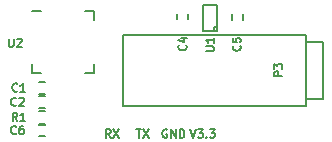
<source format=gto>
G04 #@! TF.GenerationSoftware,KiCad,Pcbnew,no-vcs-found-7409~56~ubuntu16.10.1*
G04 #@! TF.CreationDate,2017-01-11T20:07:43-05:00*
G04 #@! TF.ProjectId,android_debug_cable,616E64726F69645F64656275675F6361,rev?*
G04 #@! TF.FileFunction,Legend,Top*
G04 #@! TF.FilePolarity,Positive*
%FSLAX46Y46*%
G04 Gerber Fmt 4.6, Leading zero omitted, Abs format (unit mm)*
G04 Created by KiCad (PCBNEW no-vcs-found-7409~56~ubuntu16.10.1) date Wed Jan 11 20:07:43 2017*
%MOMM*%
%LPD*%
G01*
G04 APERTURE LIST*
%ADD10C,0.100000*%
%ADD11C,0.150000*%
G04 APERTURE END LIST*
D10*
D11*
X104733333Y-87416666D02*
X104966666Y-88116666D01*
X105200000Y-87416666D01*
X105366666Y-87416666D02*
X105800000Y-87416666D01*
X105566666Y-87683333D01*
X105666666Y-87683333D01*
X105733333Y-87716666D01*
X105766666Y-87750000D01*
X105800000Y-87816666D01*
X105800000Y-87983333D01*
X105766666Y-88050000D01*
X105733333Y-88083333D01*
X105666666Y-88116666D01*
X105466666Y-88116666D01*
X105400000Y-88083333D01*
X105366666Y-88050000D01*
X106100000Y-88050000D02*
X106133333Y-88083333D01*
X106100000Y-88116666D01*
X106066666Y-88083333D01*
X106100000Y-88050000D01*
X106100000Y-88116666D01*
X106366666Y-87416666D02*
X106800000Y-87416666D01*
X106566666Y-87683333D01*
X106666666Y-87683333D01*
X106733333Y-87716666D01*
X106766666Y-87750000D01*
X106800000Y-87816666D01*
X106800000Y-87983333D01*
X106766666Y-88050000D01*
X106733333Y-88083333D01*
X106666666Y-88116666D01*
X106466666Y-88116666D01*
X106400000Y-88083333D01*
X106366666Y-88050000D01*
X102766666Y-87450000D02*
X102700000Y-87416666D01*
X102600000Y-87416666D01*
X102500000Y-87450000D01*
X102433333Y-87516666D01*
X102400000Y-87583333D01*
X102366666Y-87716666D01*
X102366666Y-87816666D01*
X102400000Y-87950000D01*
X102433333Y-88016666D01*
X102500000Y-88083333D01*
X102600000Y-88116666D01*
X102666666Y-88116666D01*
X102766666Y-88083333D01*
X102800000Y-88050000D01*
X102800000Y-87816666D01*
X102666666Y-87816666D01*
X103100000Y-88116666D02*
X103100000Y-87416666D01*
X103500000Y-88116666D01*
X103500000Y-87416666D01*
X103833333Y-88116666D02*
X103833333Y-87416666D01*
X104000000Y-87416666D01*
X104100000Y-87450000D01*
X104166666Y-87516666D01*
X104200000Y-87583333D01*
X104233333Y-87716666D01*
X104233333Y-87816666D01*
X104200000Y-87950000D01*
X104166666Y-88016666D01*
X104100000Y-88083333D01*
X104000000Y-88116666D01*
X103833333Y-88116666D01*
X100166666Y-87416666D02*
X100566666Y-87416666D01*
X100366666Y-88116666D02*
X100366666Y-87416666D01*
X100733333Y-87416666D02*
X101200000Y-88116666D01*
X101200000Y-87416666D02*
X100733333Y-88116666D01*
X97983333Y-88116666D02*
X97750000Y-87783333D01*
X97583333Y-88116666D02*
X97583333Y-87416666D01*
X97850000Y-87416666D01*
X97916666Y-87450000D01*
X97950000Y-87483333D01*
X97983333Y-87550000D01*
X97983333Y-87650000D01*
X97950000Y-87716666D01*
X97916666Y-87750000D01*
X97850000Y-87783333D01*
X97583333Y-87783333D01*
X98216666Y-87416666D02*
X98683333Y-88116666D01*
X98683333Y-87416666D02*
X98216666Y-88116666D01*
X116000000Y-84873000D02*
X114500000Y-84873000D01*
X116000000Y-79973000D02*
X116000000Y-84873000D01*
X114500000Y-79973000D02*
X116000000Y-79973000D01*
X99000000Y-79401500D02*
X99000000Y-85401500D01*
X114500000Y-79401500D02*
X114500000Y-85401500D01*
X114500000Y-85401500D02*
X99000000Y-85401500D01*
X99006000Y-79401500D02*
X114500000Y-79401500D01*
X91950000Y-84375000D02*
X92450000Y-84375000D01*
X92450000Y-83425000D02*
X91950000Y-83425000D01*
X91950000Y-85575000D02*
X92450000Y-85575000D01*
X92450000Y-84625000D02*
X91950000Y-84625000D01*
X103625000Y-77600000D02*
X103625000Y-78100000D01*
X104575000Y-78100000D02*
X104575000Y-77600000D01*
X108225000Y-77650000D02*
X108225000Y-78150000D01*
X109175000Y-78150000D02*
X109175000Y-77650000D01*
X91950000Y-87975000D02*
X92450000Y-87975000D01*
X92450000Y-87025000D02*
X91950000Y-87025000D01*
X96575000Y-77375000D02*
X96575000Y-78125000D01*
X91325000Y-82625000D02*
X91325000Y-81875000D01*
X96575000Y-82625000D02*
X96575000Y-81875000D01*
X91325000Y-77375000D02*
X92075000Y-77375000D01*
X91325000Y-82625000D02*
X92075000Y-82625000D01*
X96575000Y-82625000D02*
X95825000Y-82625000D01*
X96575000Y-77375000D02*
X95825000Y-77375000D01*
X106716000Y-79039600D02*
X106716000Y-78739600D01*
X106716000Y-78739600D02*
X107016000Y-78739600D01*
X105816000Y-76839600D02*
X105816000Y-79039600D01*
X105816000Y-79039600D02*
X107016000Y-79039600D01*
X107016000Y-79039600D02*
X107016000Y-76839600D01*
X107016000Y-76839600D02*
X105816000Y-76839600D01*
X92450000Y-85875000D02*
X91950000Y-85875000D01*
X91950000Y-86925000D02*
X92450000Y-86925000D01*
X112530666Y-82902666D02*
X111830666Y-82902666D01*
X111830666Y-82636000D01*
X111864000Y-82569333D01*
X111897333Y-82536000D01*
X111964000Y-82502666D01*
X112064000Y-82502666D01*
X112130666Y-82536000D01*
X112164000Y-82569333D01*
X112197333Y-82636000D01*
X112197333Y-82902666D01*
X111830666Y-82269333D02*
X111830666Y-81836000D01*
X112097333Y-82069333D01*
X112097333Y-81969333D01*
X112130666Y-81902666D01*
X112164000Y-81869333D01*
X112230666Y-81836000D01*
X112397333Y-81836000D01*
X112464000Y-81869333D01*
X112497333Y-81902666D01*
X112530666Y-81969333D01*
X112530666Y-82169333D01*
X112497333Y-82236000D01*
X112464000Y-82269333D01*
X90083333Y-84150000D02*
X90050000Y-84183333D01*
X89950000Y-84216666D01*
X89883333Y-84216666D01*
X89783333Y-84183333D01*
X89716666Y-84116666D01*
X89683333Y-84050000D01*
X89650000Y-83916666D01*
X89650000Y-83816666D01*
X89683333Y-83683333D01*
X89716666Y-83616666D01*
X89783333Y-83550000D01*
X89883333Y-83516666D01*
X89950000Y-83516666D01*
X90050000Y-83550000D01*
X90083333Y-83583333D01*
X90750000Y-84216666D02*
X90350000Y-84216666D01*
X90550000Y-84216666D02*
X90550000Y-83516666D01*
X90483333Y-83616666D01*
X90416666Y-83683333D01*
X90350000Y-83716666D01*
X89983333Y-85350000D02*
X89950000Y-85383333D01*
X89850000Y-85416666D01*
X89783333Y-85416666D01*
X89683333Y-85383333D01*
X89616666Y-85316666D01*
X89583333Y-85250000D01*
X89550000Y-85116666D01*
X89550000Y-85016666D01*
X89583333Y-84883333D01*
X89616666Y-84816666D01*
X89683333Y-84750000D01*
X89783333Y-84716666D01*
X89850000Y-84716666D01*
X89950000Y-84750000D01*
X89983333Y-84783333D01*
X90250000Y-84783333D02*
X90283333Y-84750000D01*
X90350000Y-84716666D01*
X90516666Y-84716666D01*
X90583333Y-84750000D01*
X90616666Y-84783333D01*
X90650000Y-84850000D01*
X90650000Y-84916666D01*
X90616666Y-85016666D01*
X90216666Y-85416666D01*
X90650000Y-85416666D01*
X104350000Y-80266666D02*
X104383333Y-80300000D01*
X104416666Y-80400000D01*
X104416666Y-80466666D01*
X104383333Y-80566666D01*
X104316666Y-80633333D01*
X104250000Y-80666666D01*
X104116666Y-80700000D01*
X104016666Y-80700000D01*
X103883333Y-80666666D01*
X103816666Y-80633333D01*
X103750000Y-80566666D01*
X103716666Y-80466666D01*
X103716666Y-80400000D01*
X103750000Y-80300000D01*
X103783333Y-80266666D01*
X103950000Y-79666666D02*
X104416666Y-79666666D01*
X103683333Y-79833333D02*
X104183333Y-80000000D01*
X104183333Y-79566666D01*
X108950000Y-80316666D02*
X108983333Y-80350000D01*
X109016666Y-80450000D01*
X109016666Y-80516666D01*
X108983333Y-80616666D01*
X108916666Y-80683333D01*
X108850000Y-80716666D01*
X108716666Y-80750000D01*
X108616666Y-80750000D01*
X108483333Y-80716666D01*
X108416666Y-80683333D01*
X108350000Y-80616666D01*
X108316666Y-80516666D01*
X108316666Y-80450000D01*
X108350000Y-80350000D01*
X108383333Y-80316666D01*
X108316666Y-79683333D02*
X108316666Y-80016666D01*
X108650000Y-80050000D01*
X108616666Y-80016666D01*
X108583333Y-79950000D01*
X108583333Y-79783333D01*
X108616666Y-79716666D01*
X108650000Y-79683333D01*
X108716666Y-79650000D01*
X108883333Y-79650000D01*
X108950000Y-79683333D01*
X108983333Y-79716666D01*
X109016666Y-79783333D01*
X109016666Y-79950000D01*
X108983333Y-80016666D01*
X108950000Y-80050000D01*
X89983333Y-87750000D02*
X89950000Y-87783333D01*
X89850000Y-87816666D01*
X89783333Y-87816666D01*
X89683333Y-87783333D01*
X89616666Y-87716666D01*
X89583333Y-87650000D01*
X89550000Y-87516666D01*
X89550000Y-87416666D01*
X89583333Y-87283333D01*
X89616666Y-87216666D01*
X89683333Y-87150000D01*
X89783333Y-87116666D01*
X89850000Y-87116666D01*
X89950000Y-87150000D01*
X89983333Y-87183333D01*
X90583333Y-87116666D02*
X90450000Y-87116666D01*
X90383333Y-87150000D01*
X90350000Y-87183333D01*
X90283333Y-87283333D01*
X90250000Y-87416666D01*
X90250000Y-87683333D01*
X90283333Y-87750000D01*
X90316666Y-87783333D01*
X90383333Y-87816666D01*
X90516666Y-87816666D01*
X90583333Y-87783333D01*
X90616666Y-87750000D01*
X90650000Y-87683333D01*
X90650000Y-87516666D01*
X90616666Y-87450000D01*
X90583333Y-87416666D01*
X90516666Y-87383333D01*
X90383333Y-87383333D01*
X90316666Y-87416666D01*
X90283333Y-87450000D01*
X90250000Y-87516666D01*
X89366666Y-79716666D02*
X89366666Y-80283333D01*
X89400000Y-80350000D01*
X89433333Y-80383333D01*
X89500000Y-80416666D01*
X89633333Y-80416666D01*
X89700000Y-80383333D01*
X89733333Y-80350000D01*
X89766666Y-80283333D01*
X89766666Y-79716666D01*
X90066666Y-79783333D02*
X90100000Y-79750000D01*
X90166666Y-79716666D01*
X90333333Y-79716666D01*
X90400000Y-79750000D01*
X90433333Y-79783333D01*
X90466666Y-79850000D01*
X90466666Y-79916666D01*
X90433333Y-80016666D01*
X90033333Y-80416666D01*
X90466666Y-80416666D01*
X106032666Y-80772933D02*
X106599333Y-80772933D01*
X106666000Y-80739600D01*
X106699333Y-80706266D01*
X106732666Y-80639600D01*
X106732666Y-80506266D01*
X106699333Y-80439600D01*
X106666000Y-80406266D01*
X106599333Y-80372933D01*
X106032666Y-80372933D01*
X106732666Y-79672933D02*
X106732666Y-80072933D01*
X106732666Y-79872933D02*
X106032666Y-79872933D01*
X106132666Y-79939600D01*
X106199333Y-80006266D01*
X106232666Y-80072933D01*
X90083333Y-86716666D02*
X89850000Y-86383333D01*
X89683333Y-86716666D02*
X89683333Y-86016666D01*
X89950000Y-86016666D01*
X90016666Y-86050000D01*
X90050000Y-86083333D01*
X90083333Y-86150000D01*
X90083333Y-86250000D01*
X90050000Y-86316666D01*
X90016666Y-86350000D01*
X89950000Y-86383333D01*
X89683333Y-86383333D01*
X90750000Y-86716666D02*
X90350000Y-86716666D01*
X90550000Y-86716666D02*
X90550000Y-86016666D01*
X90483333Y-86116666D01*
X90416666Y-86183333D01*
X90350000Y-86216666D01*
M02*

</source>
